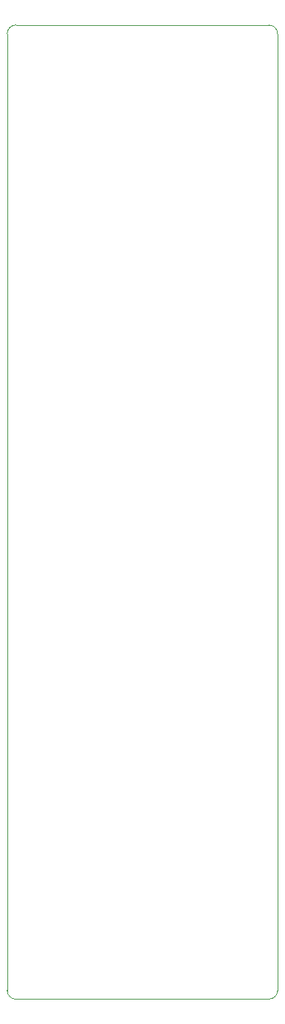
<source format=gbr>
%TF.GenerationSoftware,KiCad,Pcbnew,8.0.1*%
%TF.CreationDate,2024-04-01T01:15:32-04:00*%
%TF.ProjectId,MicrocontrollerInputModule,4d696372-6f63-46f6-9e74-726f6c6c6572,V3.0*%
%TF.SameCoordinates,Original*%
%TF.FileFunction,Profile,NP*%
%FSLAX46Y46*%
G04 Gerber Fmt 4.6, Leading zero omitted, Abs format (unit mm)*
G04 Created by KiCad (PCBNEW 8.0.1) date 2024-04-01 01:15:32*
%MOMM*%
%LPD*%
G01*
G04 APERTURE LIST*
%TA.AperFunction,Profile*%
%ADD10C,0.100000*%
%TD*%
G04 APERTURE END LIST*
D10*
X1000000Y111500002D02*
G75*
G02*
X2000000Y112500001I999993J6D01*
G01*
X31999997Y2100002D02*
X32000000Y111500000D01*
X2000000Y1100005D02*
X30999998Y1100002D01*
X2000000Y1100005D02*
G75*
G02*
X999990Y2100004I-7J1000003D01*
G01*
X31000000Y112499999D02*
X2000000Y112500002D01*
X31000000Y112499999D02*
G75*
G02*
X31999984Y111500000I-7J-999991D01*
G01*
X1000000Y111500002D02*
X1000000Y2100004D01*
X31999997Y2100002D02*
G75*
G02*
X30999998Y1100004I-1000004J6D01*
G01*
M02*

</source>
